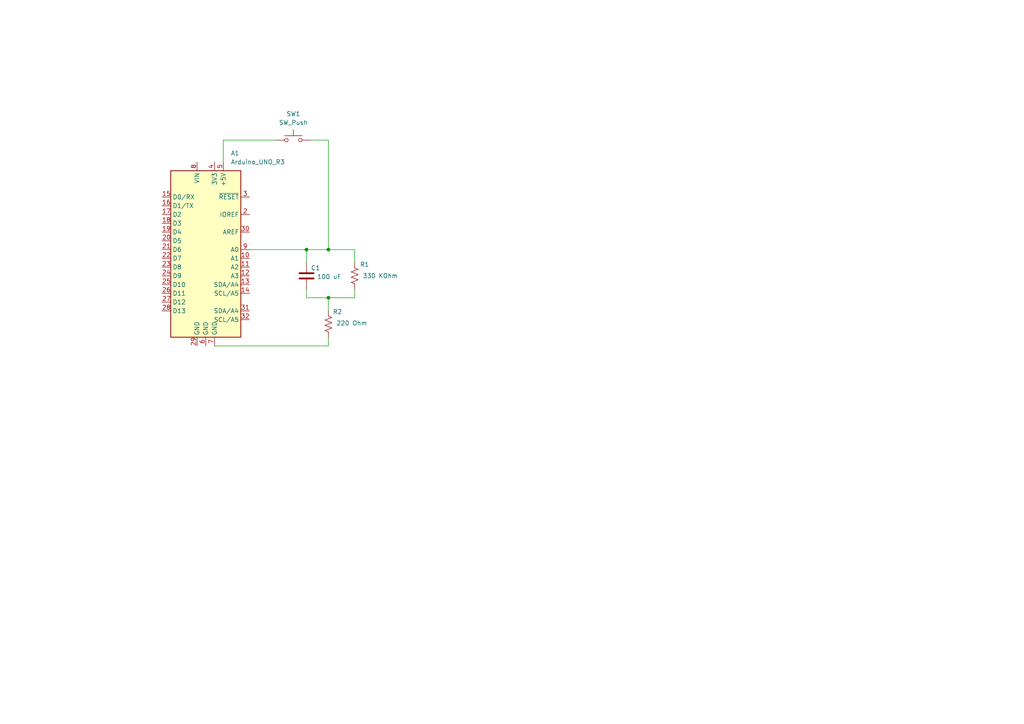
<source format=kicad_sch>
(kicad_sch
	(version 20250114)
	(generator "eeschema")
	(generator_version "9.0")
	(uuid "f78c22a1-4305-40e9-a31f-90f93f5ac8b5")
	(paper "A4")
	(lib_symbols
		(symbol "Device:C"
			(pin_numbers
				(hide yes)
			)
			(pin_names
				(offset 0.254)
			)
			(exclude_from_sim no)
			(in_bom yes)
			(on_board yes)
			(property "Reference" "C"
				(at 0.635 2.54 0)
				(effects
					(font
						(size 1.27 1.27)
					)
					(justify left)
				)
			)
			(property "Value" "C"
				(at 0.635 -2.54 0)
				(effects
					(font
						(size 1.27 1.27)
					)
					(justify left)
				)
			)
			(property "Footprint" ""
				(at 0.9652 -3.81 0)
				(effects
					(font
						(size 1.27 1.27)
					)
					(hide yes)
				)
			)
			(property "Datasheet" "~"
				(at 0 0 0)
				(effects
					(font
						(size 1.27 1.27)
					)
					(hide yes)
				)
			)
			(property "Description" "Unpolarized capacitor"
				(at 0 0 0)
				(effects
					(font
						(size 1.27 1.27)
					)
					(hide yes)
				)
			)
			(property "ki_keywords" "cap capacitor"
				(at 0 0 0)
				(effects
					(font
						(size 1.27 1.27)
					)
					(hide yes)
				)
			)
			(property "ki_fp_filters" "C_*"
				(at 0 0 0)
				(effects
					(font
						(size 1.27 1.27)
					)
					(hide yes)
				)
			)
			(symbol "C_0_1"
				(polyline
					(pts
						(xy -2.032 0.762) (xy 2.032 0.762)
					)
					(stroke
						(width 0.508)
						(type default)
					)
					(fill
						(type none)
					)
				)
				(polyline
					(pts
						(xy -2.032 -0.762) (xy 2.032 -0.762)
					)
					(stroke
						(width 0.508)
						(type default)
					)
					(fill
						(type none)
					)
				)
			)
			(symbol "C_1_1"
				(pin passive line
					(at 0 3.81 270)
					(length 2.794)
					(name "~"
						(effects
							(font
								(size 1.27 1.27)
							)
						)
					)
					(number "1"
						(effects
							(font
								(size 1.27 1.27)
							)
						)
					)
				)
				(pin passive line
					(at 0 -3.81 90)
					(length 2.794)
					(name "~"
						(effects
							(font
								(size 1.27 1.27)
							)
						)
					)
					(number "2"
						(effects
							(font
								(size 1.27 1.27)
							)
						)
					)
				)
			)
			(embedded_fonts no)
		)
		(symbol "Device:R_US"
			(pin_numbers
				(hide yes)
			)
			(pin_names
				(offset 0)
			)
			(exclude_from_sim no)
			(in_bom yes)
			(on_board yes)
			(property "Reference" "R"
				(at 2.54 0 90)
				(effects
					(font
						(size 1.27 1.27)
					)
				)
			)
			(property "Value" "R_US"
				(at -2.54 0 90)
				(effects
					(font
						(size 1.27 1.27)
					)
				)
			)
			(property "Footprint" ""
				(at 1.016 -0.254 90)
				(effects
					(font
						(size 1.27 1.27)
					)
					(hide yes)
				)
			)
			(property "Datasheet" "~"
				(at 0 0 0)
				(effects
					(font
						(size 1.27 1.27)
					)
					(hide yes)
				)
			)
			(property "Description" "Resistor, US symbol"
				(at 0 0 0)
				(effects
					(font
						(size 1.27 1.27)
					)
					(hide yes)
				)
			)
			(property "ki_keywords" "R res resistor"
				(at 0 0 0)
				(effects
					(font
						(size 1.27 1.27)
					)
					(hide yes)
				)
			)
			(property "ki_fp_filters" "R_*"
				(at 0 0 0)
				(effects
					(font
						(size 1.27 1.27)
					)
					(hide yes)
				)
			)
			(symbol "R_US_0_1"
				(polyline
					(pts
						(xy 0 2.286) (xy 0 2.54)
					)
					(stroke
						(width 0)
						(type default)
					)
					(fill
						(type none)
					)
				)
				(polyline
					(pts
						(xy 0 2.286) (xy 1.016 1.905) (xy 0 1.524) (xy -1.016 1.143) (xy 0 0.762)
					)
					(stroke
						(width 0)
						(type default)
					)
					(fill
						(type none)
					)
				)
				(polyline
					(pts
						(xy 0 0.762) (xy 1.016 0.381) (xy 0 0) (xy -1.016 -0.381) (xy 0 -0.762)
					)
					(stroke
						(width 0)
						(type default)
					)
					(fill
						(type none)
					)
				)
				(polyline
					(pts
						(xy 0 -0.762) (xy 1.016 -1.143) (xy 0 -1.524) (xy -1.016 -1.905) (xy 0 -2.286)
					)
					(stroke
						(width 0)
						(type default)
					)
					(fill
						(type none)
					)
				)
				(polyline
					(pts
						(xy 0 -2.286) (xy 0 -2.54)
					)
					(stroke
						(width 0)
						(type default)
					)
					(fill
						(type none)
					)
				)
			)
			(symbol "R_US_1_1"
				(pin passive line
					(at 0 3.81 270)
					(length 1.27)
					(name "~"
						(effects
							(font
								(size 1.27 1.27)
							)
						)
					)
					(number "1"
						(effects
							(font
								(size 1.27 1.27)
							)
						)
					)
				)
				(pin passive line
					(at 0 -3.81 90)
					(length 1.27)
					(name "~"
						(effects
							(font
								(size 1.27 1.27)
							)
						)
					)
					(number "2"
						(effects
							(font
								(size 1.27 1.27)
							)
						)
					)
				)
			)
			(embedded_fonts no)
		)
		(symbol "MCU_Module:Arduino_UNO_R3"
			(exclude_from_sim no)
			(in_bom yes)
			(on_board yes)
			(property "Reference" "A"
				(at -10.16 23.495 0)
				(effects
					(font
						(size 1.27 1.27)
					)
					(justify left bottom)
				)
			)
			(property "Value" "Arduino_UNO_R3"
				(at 5.08 -26.67 0)
				(effects
					(font
						(size 1.27 1.27)
					)
					(justify left top)
				)
			)
			(property "Footprint" "Module:Arduino_UNO_R3"
				(at 0 0 0)
				(effects
					(font
						(size 1.27 1.27)
						(italic yes)
					)
					(hide yes)
				)
			)
			(property "Datasheet" "https://www.arduino.cc/en/Main/arduinoBoardUno"
				(at 0 0 0)
				(effects
					(font
						(size 1.27 1.27)
					)
					(hide yes)
				)
			)
			(property "Description" "Arduino UNO Microcontroller Module, release 3"
				(at 0 0 0)
				(effects
					(font
						(size 1.27 1.27)
					)
					(hide yes)
				)
			)
			(property "ki_keywords" "Arduino UNO R3 Microcontroller Module Atmel AVR USB"
				(at 0 0 0)
				(effects
					(font
						(size 1.27 1.27)
					)
					(hide yes)
				)
			)
			(property "ki_fp_filters" "Arduino*UNO*R3*"
				(at 0 0 0)
				(effects
					(font
						(size 1.27 1.27)
					)
					(hide yes)
				)
			)
			(symbol "Arduino_UNO_R3_0_1"
				(rectangle
					(start -10.16 22.86)
					(end 10.16 -25.4)
					(stroke
						(width 0.254)
						(type default)
					)
					(fill
						(type background)
					)
				)
			)
			(symbol "Arduino_UNO_R3_1_1"
				(pin bidirectional line
					(at -12.7 15.24 0)
					(length 2.54)
					(name "D0/RX"
						(effects
							(font
								(size 1.27 1.27)
							)
						)
					)
					(number "15"
						(effects
							(font
								(size 1.27 1.27)
							)
						)
					)
				)
				(pin bidirectional line
					(at -12.7 12.7 0)
					(length 2.54)
					(name "D1/TX"
						(effects
							(font
								(size 1.27 1.27)
							)
						)
					)
					(number "16"
						(effects
							(font
								(size 1.27 1.27)
							)
						)
					)
				)
				(pin bidirectional line
					(at -12.7 10.16 0)
					(length 2.54)
					(name "D2"
						(effects
							(font
								(size 1.27 1.27)
							)
						)
					)
					(number "17"
						(effects
							(font
								(size 1.27 1.27)
							)
						)
					)
				)
				(pin bidirectional line
					(at -12.7 7.62 0)
					(length 2.54)
					(name "D3"
						(effects
							(font
								(size 1.27 1.27)
							)
						)
					)
					(number "18"
						(effects
							(font
								(size 1.27 1.27)
							)
						)
					)
				)
				(pin bidirectional line
					(at -12.7 5.08 0)
					(length 2.54)
					(name "D4"
						(effects
							(font
								(size 1.27 1.27)
							)
						)
					)
					(number "19"
						(effects
							(font
								(size 1.27 1.27)
							)
						)
					)
				)
				(pin bidirectional line
					(at -12.7 2.54 0)
					(length 2.54)
					(name "D5"
						(effects
							(font
								(size 1.27 1.27)
							)
						)
					)
					(number "20"
						(effects
							(font
								(size 1.27 1.27)
							)
						)
					)
				)
				(pin bidirectional line
					(at -12.7 0 0)
					(length 2.54)
					(name "D6"
						(effects
							(font
								(size 1.27 1.27)
							)
						)
					)
					(number "21"
						(effects
							(font
								(size 1.27 1.27)
							)
						)
					)
				)
				(pin bidirectional line
					(at -12.7 -2.54 0)
					(length 2.54)
					(name "D7"
						(effects
							(font
								(size 1.27 1.27)
							)
						)
					)
					(number "22"
						(effects
							(font
								(size 1.27 1.27)
							)
						)
					)
				)
				(pin bidirectional line
					(at -12.7 -5.08 0)
					(length 2.54)
					(name "D8"
						(effects
							(font
								(size 1.27 1.27)
							)
						)
					)
					(number "23"
						(effects
							(font
								(size 1.27 1.27)
							)
						)
					)
				)
				(pin bidirectional line
					(at -12.7 -7.62 0)
					(length 2.54)
					(name "D9"
						(effects
							(font
								(size 1.27 1.27)
							)
						)
					)
					(number "24"
						(effects
							(font
								(size 1.27 1.27)
							)
						)
					)
				)
				(pin bidirectional line
					(at -12.7 -10.16 0)
					(length 2.54)
					(name "D10"
						(effects
							(font
								(size 1.27 1.27)
							)
						)
					)
					(number "25"
						(effects
							(font
								(size 1.27 1.27)
							)
						)
					)
				)
				(pin bidirectional line
					(at -12.7 -12.7 0)
					(length 2.54)
					(name "D11"
						(effects
							(font
								(size 1.27 1.27)
							)
						)
					)
					(number "26"
						(effects
							(font
								(size 1.27 1.27)
							)
						)
					)
				)
				(pin bidirectional line
					(at -12.7 -15.24 0)
					(length 2.54)
					(name "D12"
						(effects
							(font
								(size 1.27 1.27)
							)
						)
					)
					(number "27"
						(effects
							(font
								(size 1.27 1.27)
							)
						)
					)
				)
				(pin bidirectional line
					(at -12.7 -17.78 0)
					(length 2.54)
					(name "D13"
						(effects
							(font
								(size 1.27 1.27)
							)
						)
					)
					(number "28"
						(effects
							(font
								(size 1.27 1.27)
							)
						)
					)
				)
				(pin no_connect line
					(at -10.16 -20.32 0)
					(length 2.54)
					(hide yes)
					(name "NC"
						(effects
							(font
								(size 1.27 1.27)
							)
						)
					)
					(number "1"
						(effects
							(font
								(size 1.27 1.27)
							)
						)
					)
				)
				(pin power_in line
					(at -2.54 25.4 270)
					(length 2.54)
					(name "VIN"
						(effects
							(font
								(size 1.27 1.27)
							)
						)
					)
					(number "8"
						(effects
							(font
								(size 1.27 1.27)
							)
						)
					)
				)
				(pin power_in line
					(at -2.54 -27.94 90)
					(length 2.54)
					(name "GND"
						(effects
							(font
								(size 1.27 1.27)
							)
						)
					)
					(number "29"
						(effects
							(font
								(size 1.27 1.27)
							)
						)
					)
				)
				(pin power_in line
					(at 0 -27.94 90)
					(length 2.54)
					(name "GND"
						(effects
							(font
								(size 1.27 1.27)
							)
						)
					)
					(number "6"
						(effects
							(font
								(size 1.27 1.27)
							)
						)
					)
				)
				(pin power_out line
					(at 2.54 25.4 270)
					(length 2.54)
					(name "3V3"
						(effects
							(font
								(size 1.27 1.27)
							)
						)
					)
					(number "4"
						(effects
							(font
								(size 1.27 1.27)
							)
						)
					)
				)
				(pin power_in line
					(at 2.54 -27.94 90)
					(length 2.54)
					(name "GND"
						(effects
							(font
								(size 1.27 1.27)
							)
						)
					)
					(number "7"
						(effects
							(font
								(size 1.27 1.27)
							)
						)
					)
				)
				(pin power_out line
					(at 5.08 25.4 270)
					(length 2.54)
					(name "+5V"
						(effects
							(font
								(size 1.27 1.27)
							)
						)
					)
					(number "5"
						(effects
							(font
								(size 1.27 1.27)
							)
						)
					)
				)
				(pin input line
					(at 12.7 15.24 180)
					(length 2.54)
					(name "~{RESET}"
						(effects
							(font
								(size 1.27 1.27)
							)
						)
					)
					(number "3"
						(effects
							(font
								(size 1.27 1.27)
							)
						)
					)
				)
				(pin output line
					(at 12.7 10.16 180)
					(length 2.54)
					(name "IOREF"
						(effects
							(font
								(size 1.27 1.27)
							)
						)
					)
					(number "2"
						(effects
							(font
								(size 1.27 1.27)
							)
						)
					)
				)
				(pin input line
					(at 12.7 5.08 180)
					(length 2.54)
					(name "AREF"
						(effects
							(font
								(size 1.27 1.27)
							)
						)
					)
					(number "30"
						(effects
							(font
								(size 1.27 1.27)
							)
						)
					)
				)
				(pin bidirectional line
					(at 12.7 0 180)
					(length 2.54)
					(name "A0"
						(effects
							(font
								(size 1.27 1.27)
							)
						)
					)
					(number "9"
						(effects
							(font
								(size 1.27 1.27)
							)
						)
					)
				)
				(pin bidirectional line
					(at 12.7 -2.54 180)
					(length 2.54)
					(name "A1"
						(effects
							(font
								(size 1.27 1.27)
							)
						)
					)
					(number "10"
						(effects
							(font
								(size 1.27 1.27)
							)
						)
					)
				)
				(pin bidirectional line
					(at 12.7 -5.08 180)
					(length 2.54)
					(name "A2"
						(effects
							(font
								(size 1.27 1.27)
							)
						)
					)
					(number "11"
						(effects
							(font
								(size 1.27 1.27)
							)
						)
					)
				)
				(pin bidirectional line
					(at 12.7 -7.62 180)
					(length 2.54)
					(name "A3"
						(effects
							(font
								(size 1.27 1.27)
							)
						)
					)
					(number "12"
						(effects
							(font
								(size 1.27 1.27)
							)
						)
					)
				)
				(pin bidirectional line
					(at 12.7 -10.16 180)
					(length 2.54)
					(name "SDA/A4"
						(effects
							(font
								(size 1.27 1.27)
							)
						)
					)
					(number "13"
						(effects
							(font
								(size 1.27 1.27)
							)
						)
					)
				)
				(pin bidirectional line
					(at 12.7 -12.7 180)
					(length 2.54)
					(name "SCL/A5"
						(effects
							(font
								(size 1.27 1.27)
							)
						)
					)
					(number "14"
						(effects
							(font
								(size 1.27 1.27)
							)
						)
					)
				)
				(pin bidirectional line
					(at 12.7 -17.78 180)
					(length 2.54)
					(name "SDA/A4"
						(effects
							(font
								(size 1.27 1.27)
							)
						)
					)
					(number "31"
						(effects
							(font
								(size 1.27 1.27)
							)
						)
					)
				)
				(pin bidirectional line
					(at 12.7 -20.32 180)
					(length 2.54)
					(name "SCL/A5"
						(effects
							(font
								(size 1.27 1.27)
							)
						)
					)
					(number "32"
						(effects
							(font
								(size 1.27 1.27)
							)
						)
					)
				)
			)
			(embedded_fonts no)
		)
		(symbol "Switch:SW_Push"
			(pin_numbers
				(hide yes)
			)
			(pin_names
				(offset 1.016)
				(hide yes)
			)
			(exclude_from_sim no)
			(in_bom yes)
			(on_board yes)
			(property "Reference" "SW"
				(at 1.27 2.54 0)
				(effects
					(font
						(size 1.27 1.27)
					)
					(justify left)
				)
			)
			(property "Value" "SW_Push"
				(at 0 -1.524 0)
				(effects
					(font
						(size 1.27 1.27)
					)
				)
			)
			(property "Footprint" ""
				(at 0 5.08 0)
				(effects
					(font
						(size 1.27 1.27)
					)
					(hide yes)
				)
			)
			(property "Datasheet" "~"
				(at 0 5.08 0)
				(effects
					(font
						(size 1.27 1.27)
					)
					(hide yes)
				)
			)
			(property "Description" "Push button switch, generic, two pins"
				(at 0 0 0)
				(effects
					(font
						(size 1.27 1.27)
					)
					(hide yes)
				)
			)
			(property "ki_keywords" "switch normally-open pushbutton push-button"
				(at 0 0 0)
				(effects
					(font
						(size 1.27 1.27)
					)
					(hide yes)
				)
			)
			(symbol "SW_Push_0_1"
				(circle
					(center -2.032 0)
					(radius 0.508)
					(stroke
						(width 0)
						(type default)
					)
					(fill
						(type none)
					)
				)
				(polyline
					(pts
						(xy 0 1.27) (xy 0 3.048)
					)
					(stroke
						(width 0)
						(type default)
					)
					(fill
						(type none)
					)
				)
				(circle
					(center 2.032 0)
					(radius 0.508)
					(stroke
						(width 0)
						(type default)
					)
					(fill
						(type none)
					)
				)
				(polyline
					(pts
						(xy 2.54 1.27) (xy -2.54 1.27)
					)
					(stroke
						(width 0)
						(type default)
					)
					(fill
						(type none)
					)
				)
				(pin passive line
					(at -5.08 0 0)
					(length 2.54)
					(name "1"
						(effects
							(font
								(size 1.27 1.27)
							)
						)
					)
					(number "1"
						(effects
							(font
								(size 1.27 1.27)
							)
						)
					)
				)
				(pin passive line
					(at 5.08 0 180)
					(length 2.54)
					(name "2"
						(effects
							(font
								(size 1.27 1.27)
							)
						)
					)
					(number "2"
						(effects
							(font
								(size 1.27 1.27)
							)
						)
					)
				)
			)
			(embedded_fonts no)
		)
	)
	(junction
		(at 95.25 72.39)
		(diameter 0)
		(color 0 0 0 0)
		(uuid "2cfe182c-e896-42ea-b299-cb419a78e627")
	)
	(junction
		(at 95.25 86.36)
		(diameter 0)
		(color 0 0 0 0)
		(uuid "9506617d-cd71-42f6-8e60-1b45bdfc615b")
	)
	(junction
		(at 88.9 72.39)
		(diameter 0)
		(color 0 0 0 0)
		(uuid "ee241372-016c-40a9-8b91-23d5294811d6")
	)
	(wire
		(pts
			(xy 102.87 76.2) (xy 102.87 72.39)
		)
		(stroke
			(width 0)
			(type default)
		)
		(uuid "12a16be9-e3c0-4e5c-8319-97a5389ad3ab")
	)
	(wire
		(pts
			(xy 64.77 40.64) (xy 80.01 40.64)
		)
		(stroke
			(width 0)
			(type default)
		)
		(uuid "26666058-078d-4f91-a7f5-c30f549253c1")
	)
	(wire
		(pts
			(xy 88.9 86.36) (xy 88.9 83.82)
		)
		(stroke
			(width 0)
			(type default)
		)
		(uuid "28ac885e-3ba6-402b-94d8-145723315f5c")
	)
	(wire
		(pts
			(xy 88.9 86.36) (xy 95.25 86.36)
		)
		(stroke
			(width 0)
			(type default)
		)
		(uuid "2ccbc97f-56ed-4947-ab6f-32be80b41e0a")
	)
	(wire
		(pts
			(xy 90.17 40.64) (xy 95.25 40.64)
		)
		(stroke
			(width 0)
			(type default)
		)
		(uuid "46e2fe56-b562-4952-bbf8-44cfa03c15bb")
	)
	(wire
		(pts
			(xy 88.9 72.39) (xy 88.9 76.2)
		)
		(stroke
			(width 0)
			(type default)
		)
		(uuid "5ec05445-b08b-496e-84aa-f5e8d401a5f8")
	)
	(wire
		(pts
			(xy 95.25 86.36) (xy 95.25 90.17)
		)
		(stroke
			(width 0)
			(type default)
		)
		(uuid "6370b0c2-0515-41b1-8110-2d7ecd658476")
	)
	(wire
		(pts
			(xy 95.25 100.33) (xy 95.25 97.79)
		)
		(stroke
			(width 0)
			(type default)
		)
		(uuid "6eb066db-7cb8-4604-a044-39c96142e466")
	)
	(wire
		(pts
			(xy 95.25 72.39) (xy 88.9 72.39)
		)
		(stroke
			(width 0)
			(type default)
		)
		(uuid "708e7bb6-553b-44db-9d2f-0d9cb2d2fcc9")
	)
	(wire
		(pts
			(xy 102.87 83.82) (xy 102.87 86.36)
		)
		(stroke
			(width 0)
			(type default)
		)
		(uuid "77f729fe-94f0-41eb-9bd6-4b7066e89fd5")
	)
	(wire
		(pts
			(xy 95.25 86.36) (xy 102.87 86.36)
		)
		(stroke
			(width 0)
			(type default)
		)
		(uuid "999ee406-d61a-4d1e-843c-60bc5e219cf4")
	)
	(wire
		(pts
			(xy 64.77 46.99) (xy 64.77 40.64)
		)
		(stroke
			(width 0)
			(type default)
		)
		(uuid "bf524151-b8ca-4f19-960f-b10479bd6974")
	)
	(wire
		(pts
			(xy 95.25 40.64) (xy 95.25 72.39)
		)
		(stroke
			(width 0)
			(type default)
		)
		(uuid "c0baab27-9520-44cb-a01c-588ca714d00f")
	)
	(wire
		(pts
			(xy 95.25 72.39) (xy 102.87 72.39)
		)
		(stroke
			(width 0)
			(type default)
		)
		(uuid "d3a0de7b-a427-44c7-affd-971c1fc2e56c")
	)
	(wire
		(pts
			(xy 72.39 72.39) (xy 88.9 72.39)
		)
		(stroke
			(width 0)
			(type default)
		)
		(uuid "d7839725-7fb9-4b10-9000-e3444bc7a35f")
	)
	(wire
		(pts
			(xy 95.25 100.33) (xy 62.23 100.33)
		)
		(stroke
			(width 0)
			(type default)
		)
		(uuid "fe0b1cca-0a6b-479f-89c7-f140e337fe94")
	)
	(symbol
		(lib_id "Device:R_US")
		(at 102.87 80.01 0)
		(unit 1)
		(exclude_from_sim no)
		(in_bom yes)
		(on_board yes)
		(dnp no)
		(uuid "09aad423-e6c5-4875-ae44-c1e74ac5f2ed")
		(property "Reference" "R1"
			(at 104.394 76.708 0)
			(effects
				(font
					(size 1.27 1.27)
				)
				(justify left)
			)
		)
		(property "Value" "330 KOhm"
			(at 105.156 80.01 0)
			(effects
				(font
					(size 1.27 1.27)
				)
				(justify left)
			)
		)
		(property "Footprint" ""
			(at 103.886 80.264 90)
			(effects
				(font
					(size 1.27 1.27)
				)
				(hide yes)
			)
		)
		(property "Datasheet" "~"
			(at 102.87 80.01 0)
			(effects
				(font
					(size 1.27 1.27)
				)
				(hide yes)
			)
		)
		(property "Description" "Resistor, US symbol"
			(at 102.87 80.01 0)
			(effects
				(font
					(size 1.27 1.27)
				)
				(hide yes)
			)
		)
		(pin "2"
			(uuid "12a5bb12-b6b0-429b-a5c6-820f4eb1adbb")
		)
		(pin "1"
			(uuid "39242fb0-36ef-4a1c-b877-84db4ea83a34")
		)
		(instances
			(project ""
				(path "/f78c22a1-4305-40e9-a31f-90f93f5ac8b5"
					(reference "R1")
					(unit 1)
				)
			)
		)
	)
	(symbol
		(lib_id "Switch:SW_Push")
		(at 85.09 40.64 0)
		(unit 1)
		(exclude_from_sim no)
		(in_bom yes)
		(on_board yes)
		(dnp no)
		(fields_autoplaced yes)
		(uuid "1f6e24f8-6ee4-43e4-9514-db7464802188")
		(property "Reference" "SW1"
			(at 85.09 33.02 0)
			(effects
				(font
					(size 1.27 1.27)
				)
			)
		)
		(property "Value" "SW_Push"
			(at 85.09 35.56 0)
			(effects
				(font
					(size 1.27 1.27)
				)
			)
		)
		(property "Footprint" ""
			(at 85.09 35.56 0)
			(effects
				(font
					(size 1.27 1.27)
				)
				(hide yes)
			)
		)
		(property "Datasheet" "~"
			(at 85.09 35.56 0)
			(effects
				(font
					(size 1.27 1.27)
				)
				(hide yes)
			)
		)
		(property "Description" "Push button switch, generic, two pins"
			(at 85.09 40.64 0)
			(effects
				(font
					(size 1.27 1.27)
				)
				(hide yes)
			)
		)
		(pin "1"
			(uuid "e57d569f-9905-4220-8e81-627530c9ece0")
		)
		(pin "2"
			(uuid "87ce1c1d-ebe5-47bd-84f7-f015716cb7e1")
		)
		(instances
			(project ""
				(path "/f78c22a1-4305-40e9-a31f-90f93f5ac8b5"
					(reference "SW1")
					(unit 1)
				)
			)
		)
	)
	(symbol
		(lib_id "MCU_Module:Arduino_UNO_R3")
		(at 59.69 72.39 0)
		(unit 1)
		(exclude_from_sim no)
		(in_bom yes)
		(on_board yes)
		(dnp no)
		(fields_autoplaced yes)
		(uuid "64031522-feea-4e04-999d-20efda636739")
		(property "Reference" "A1"
			(at 66.9133 44.45 0)
			(effects
				(font
					(size 1.27 1.27)
				)
				(justify left)
			)
		)
		(property "Value" "Arduino_UNO_R3"
			(at 66.9133 46.99 0)
			(effects
				(font
					(size 1.27 1.27)
				)
				(justify left)
			)
		)
		(property "Footprint" "Module:Arduino_UNO_R3"
			(at 59.69 72.39 0)
			(effects
				(font
					(size 1.27 1.27)
					(italic yes)
				)
				(hide yes)
			)
		)
		(property "Datasheet" "https://www.arduino.cc/en/Main/arduinoBoardUno"
			(at 59.69 72.39 0)
			(effects
				(font
					(size 1.27 1.27)
				)
				(hide yes)
			)
		)
		(property "Description" "Arduino UNO Microcontroller Module, release 3"
			(at 59.69 72.39 0)
			(effects
				(font
					(size 1.27 1.27)
				)
				(hide yes)
			)
		)
		(pin "8"
			(uuid "0890dca1-b81c-427f-af73-67a896e226c3")
		)
		(pin "25"
			(uuid "292f26f5-43dc-4a97-b2eb-d7816013f756")
		)
		(pin "5"
			(uuid "67c08cd0-9a43-4933-957c-26e43ab368a5")
		)
		(pin "11"
			(uuid "3a7352e2-f396-42a3-b695-63299c0c5884")
		)
		(pin "13"
			(uuid "e214cc77-c9b6-4d51-b39f-1bde910c7057")
		)
		(pin "9"
			(uuid "4288ffc1-3a59-4edb-a92d-6bc97177614f")
		)
		(pin "15"
			(uuid "eb1f0f39-b7ed-455d-8975-79409a12c29d")
		)
		(pin "21"
			(uuid "cc6bfeae-df0b-43e4-85c6-4f61c07b32e3")
		)
		(pin "26"
			(uuid "b2d52d25-3377-417f-a347-637998e9844c")
		)
		(pin "19"
			(uuid "2cac85c4-3319-46d9-b817-4b0ebcef9018")
		)
		(pin "18"
			(uuid "630a7738-bba9-4492-a96e-1475ec0d1f9f")
		)
		(pin "20"
			(uuid "4c8362f6-2e91-4b24-8442-6d5d94e09510")
		)
		(pin "27"
			(uuid "6897064f-e69b-419b-ae90-6250efabd5ee")
		)
		(pin "22"
			(uuid "617222a8-4a93-4e57-899b-dbe2fd8f25da")
		)
		(pin "16"
			(uuid "9b4aad47-8df3-4d3e-92e5-abc73d722b93")
		)
		(pin "23"
			(uuid "d4193ce1-0a0f-4588-92f7-fa8905611acc")
		)
		(pin "17"
			(uuid "4cd002e6-0956-46bb-b50b-3b04031fd216")
		)
		(pin "28"
			(uuid "40fe24fe-b1dc-403e-b424-eef24410ba5e")
		)
		(pin "29"
			(uuid "86e9dc6b-8fae-4a5a-9593-f80ded9a6cc9")
		)
		(pin "1"
			(uuid "ccf197b9-0a71-468d-8cee-4b012a6fcb64")
		)
		(pin "6"
			(uuid "ed120b40-26a9-4bf8-b827-2dc5564690b3")
		)
		(pin "4"
			(uuid "08710378-0618-4cdc-af84-5a728ba062d6")
		)
		(pin "3"
			(uuid "a0de8d6e-f3f8-410e-8307-ec1c25fd1d06")
		)
		(pin "7"
			(uuid "e046e095-7937-4f2d-a4a9-5718e406d0da")
		)
		(pin "24"
			(uuid "e9a1af24-4884-4491-ba08-8b27684452d3")
		)
		(pin "2"
			(uuid "455a1211-8c77-4eff-bc11-cf9adfda464f")
		)
		(pin "30"
			(uuid "8d94e8c9-ec35-4abe-882b-c47d7dd7130d")
		)
		(pin "10"
			(uuid "b707b109-d359-4940-b477-e368a1636fbe")
		)
		(pin "12"
			(uuid "1e591427-fc0c-4a39-b992-5d0e663eb622")
		)
		(pin "14"
			(uuid "98e33f53-030c-4aa2-a06f-aa26e773cd8b")
		)
		(pin "31"
			(uuid "a71cc78f-ae5d-4236-8a52-22e98568bf1c")
		)
		(pin "32"
			(uuid "3ae75f0d-61e7-4955-8536-b46daf6c1161")
		)
		(instances
			(project ""
				(path "/f78c22a1-4305-40e9-a31f-90f93f5ac8b5"
					(reference "A1")
					(unit 1)
				)
			)
		)
	)
	(symbol
		(lib_id "Device:R_US")
		(at 95.25 93.98 0)
		(unit 1)
		(exclude_from_sim no)
		(in_bom yes)
		(on_board yes)
		(dnp no)
		(uuid "b35be0da-c40a-44cb-afcf-b652be0e92b5")
		(property "Reference" "R2"
			(at 96.52 90.424 0)
			(effects
				(font
					(size 1.27 1.27)
				)
				(justify left)
			)
		)
		(property "Value" "220 Ohm"
			(at 97.536 93.726 0)
			(effects
				(font
					(size 1.27 1.27)
				)
				(justify left)
			)
		)
		(property "Footprint" ""
			(at 96.266 94.234 90)
			(effects
				(font
					(size 1.27 1.27)
				)
				(hide yes)
			)
		)
		(property "Datasheet" "~"
			(at 95.25 93.98 0)
			(effects
				(font
					(size 1.27 1.27)
				)
				(hide yes)
			)
		)
		(property "Description" "Resistor, US symbol"
			(at 95.25 93.98 0)
			(effects
				(font
					(size 1.27 1.27)
				)
				(hide yes)
			)
		)
		(pin "2"
			(uuid "94a0728e-38dc-40fd-84d5-8933f832ec47")
		)
		(pin "1"
			(uuid "aff140c4-28ef-4ea1-8153-6045704f060e")
		)
		(instances
			(project ""
				(path "/f78c22a1-4305-40e9-a31f-90f93f5ac8b5"
					(reference "R2")
					(unit 1)
				)
			)
		)
	)
	(symbol
		(lib_id "Device:C")
		(at 88.9 80.01 0)
		(unit 1)
		(exclude_from_sim no)
		(in_bom yes)
		(on_board yes)
		(dnp no)
		(uuid "db6e3756-1268-45d8-9bfa-cd1e32f9b9ee")
		(property "Reference" "C1"
			(at 90.17 77.724 0)
			(effects
				(font
					(size 1.27 1.27)
				)
				(justify left)
			)
		)
		(property "Value" "100 uF"
			(at 91.948 80.264 0)
			(effects
				(font
					(size 1.27 1.27)
				)
				(justify left)
			)
		)
		(property "Footprint" ""
			(at 89.8652 83.82 0)
			(effects
				(font
					(size 1.27 1.27)
				)
				(hide yes)
			)
		)
		(property "Datasheet" "~"
			(at 88.9 80.01 0)
			(effects
				(font
					(size 1.27 1.27)
				)
				(hide yes)
			)
		)
		(property "Description" "Unpolarized capacitor"
			(at 88.9 80.01 0)
			(effects
				(font
					(size 1.27 1.27)
				)
				(hide yes)
			)
		)
		(pin "2"
			(uuid "858de5ce-b60d-4742-85d5-0d69436d788b")
		)
		(pin "1"
			(uuid "308d4656-5887-4460-9b14-7962303a85f1")
		)
		(instances
			(project ""
				(path "/f78c22a1-4305-40e9-a31f-90f93f5ac8b5"
					(reference "C1")
					(unit 1)
				)
			)
		)
	)
	(sheet_instances
		(path "/"
			(page "1")
		)
	)
	(embedded_fonts no)
)

</source>
